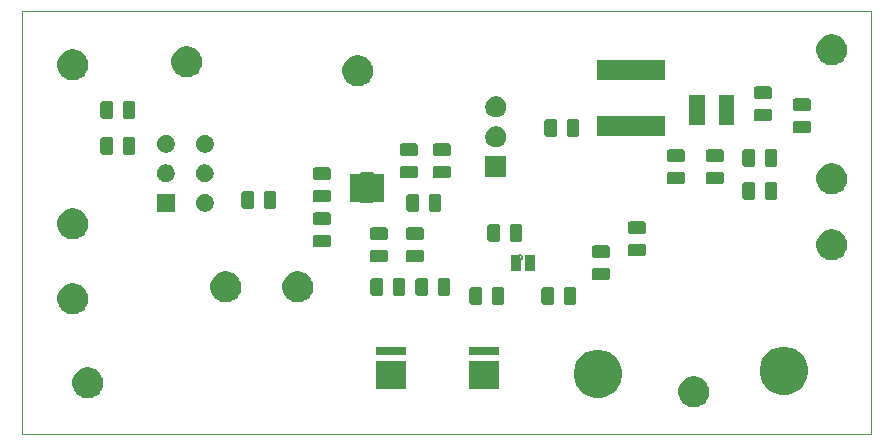
<source format=gbr>
G04 #@! TF.GenerationSoftware,KiCad,Pcbnew,(5.1.5)-3*
G04 #@! TF.CreationDate,2020-04-26T21:45:51-07:00*
G04 #@! TF.ProjectId,JessopIII_SPP460,4a657373-6f70-4494-9949-5f5350503436,rev?*
G04 #@! TF.SameCoordinates,Original*
G04 #@! TF.FileFunction,Soldermask,Top*
G04 #@! TF.FilePolarity,Negative*
%FSLAX46Y46*%
G04 Gerber Fmt 4.6, Leading zero omitted, Abs format (unit mm)*
G04 Created by KiCad (PCBNEW (5.1.5)-3) date 2020-04-26 21:45:51*
%MOMM*%
%LPD*%
G04 APERTURE LIST*
G04 #@! TA.AperFunction,Profile*
%ADD10C,0.100000*%
G04 #@! TD*
%ADD11C,0.152400*%
%ADD12C,0.100000*%
G04 APERTURE END LIST*
D10*
X138430000Y-61722000D02*
X138430000Y-97536000D01*
X66548000Y-61722000D02*
X138430000Y-61722000D01*
X66548000Y-97536000D02*
X66548000Y-61722000D01*
X138430000Y-97536000D02*
X66548000Y-97536000D01*
D11*
G04 #@! TO.C,U2*
X108615201Y-82433003D02*
X108616176Y-82423091D01*
X108616176Y-82423091D02*
X108619066Y-82413561D01*
X108619066Y-82413561D02*
X108623763Y-82404781D01*
X108623763Y-82404781D02*
X108630080Y-82397082D01*
X108630080Y-82397082D02*
X108637779Y-82390765D01*
X108637779Y-82390765D02*
X108646559Y-82386068D01*
X108646559Y-82386068D02*
X108656090Y-82383178D01*
X108656090Y-82383178D02*
X108666001Y-82382203D01*
X108666001Y-82382203D02*
X108716000Y-82382203D01*
X108716000Y-82382203D02*
X108725912Y-82383178D01*
X108725912Y-82383178D02*
X108735442Y-82386068D01*
X108735442Y-82386068D02*
X108744222Y-82390765D01*
X108744222Y-82390765D02*
X108751921Y-82397082D01*
X108751921Y-82397082D02*
X108851921Y-82497082D01*
X108851921Y-82497082D02*
X108858238Y-82504780D01*
X108858238Y-82504780D02*
X108862934Y-82513561D01*
X108862934Y-82513561D02*
X108865825Y-82523091D01*
X108865825Y-82523091D02*
X108866800Y-82533002D01*
X108866800Y-82533002D02*
X108866800Y-82682999D01*
X108866800Y-82682999D02*
X108865825Y-82692911D01*
X108865825Y-82692911D02*
X108862934Y-82702441D01*
X108862934Y-82702441D02*
X108858238Y-82711221D01*
X108858238Y-82711221D02*
X108851921Y-82718920D01*
X108851921Y-82718920D02*
X108844222Y-82725237D01*
X108844222Y-82725237D02*
X108835441Y-82729934D01*
X108835441Y-82729934D02*
X108825911Y-82732824D01*
X108825911Y-82732824D02*
X108816000Y-82733799D01*
X108816000Y-82733799D02*
X108666001Y-82733799D01*
X108666001Y-82733799D02*
X108656090Y-82732824D01*
X108656090Y-82732824D02*
X108646559Y-82729934D01*
X108646559Y-82729934D02*
X108637779Y-82725237D01*
X108637779Y-82725237D02*
X108630080Y-82718920D01*
X108630080Y-82718920D02*
X108623763Y-82711221D01*
X108623763Y-82711221D02*
X108619066Y-82702441D01*
X108619066Y-82702441D02*
X108616176Y-82692911D01*
X108616176Y-82692911D02*
X108615201Y-82682999D01*
X108615201Y-82682999D02*
X108615201Y-82433003D01*
D12*
G36*
X123823487Y-92728996D02*
G01*
X124060253Y-92827068D01*
X124060255Y-92827069D01*
X124273339Y-92969447D01*
X124454553Y-93150661D01*
X124585166Y-93346137D01*
X124596932Y-93363747D01*
X124695004Y-93600513D01*
X124745000Y-93851861D01*
X124745000Y-94108139D01*
X124695004Y-94359487D01*
X124649640Y-94469004D01*
X124596931Y-94596255D01*
X124454553Y-94809339D01*
X124273339Y-94990553D01*
X124060255Y-95132931D01*
X124060254Y-95132932D01*
X124060253Y-95132932D01*
X123823487Y-95231004D01*
X123572139Y-95281000D01*
X123315861Y-95281000D01*
X123064513Y-95231004D01*
X122827747Y-95132932D01*
X122827746Y-95132932D01*
X122827745Y-95132931D01*
X122614661Y-94990553D01*
X122433447Y-94809339D01*
X122291069Y-94596255D01*
X122238360Y-94469004D01*
X122192996Y-94359487D01*
X122143000Y-94108139D01*
X122143000Y-93851861D01*
X122192996Y-93600513D01*
X122291068Y-93363747D01*
X122302835Y-93346137D01*
X122433447Y-93150661D01*
X122614661Y-92969447D01*
X122827745Y-92827069D01*
X122827747Y-92827068D01*
X123064513Y-92728996D01*
X123315861Y-92679000D01*
X123572139Y-92679000D01*
X123823487Y-92728996D01*
G37*
G36*
X72515487Y-91966996D02*
G01*
X72752253Y-92065068D01*
X72752255Y-92065069D01*
X72965339Y-92207447D01*
X73146553Y-92388661D01*
X73288932Y-92601747D01*
X73387004Y-92838513D01*
X73437000Y-93089861D01*
X73437000Y-93346139D01*
X73387004Y-93597487D01*
X73318199Y-93763596D01*
X73288931Y-93834255D01*
X73146553Y-94047339D01*
X72965339Y-94228553D01*
X72752255Y-94370931D01*
X72752254Y-94370932D01*
X72752253Y-94370932D01*
X72515487Y-94469004D01*
X72264139Y-94519000D01*
X72007861Y-94519000D01*
X71756513Y-94469004D01*
X71519747Y-94370932D01*
X71519746Y-94370932D01*
X71519745Y-94370931D01*
X71306661Y-94228553D01*
X71125447Y-94047339D01*
X70983069Y-93834255D01*
X70953801Y-93763596D01*
X70884996Y-93597487D01*
X70835000Y-93346139D01*
X70835000Y-93089861D01*
X70884996Y-92838513D01*
X70983068Y-92601747D01*
X71125447Y-92388661D01*
X71306661Y-92207447D01*
X71519745Y-92065069D01*
X71519747Y-92065068D01*
X71756513Y-91966996D01*
X72007861Y-91917000D01*
X72264139Y-91917000D01*
X72515487Y-91966996D01*
G37*
G36*
X115914326Y-90483578D02*
G01*
X115914329Y-90483579D01*
X115914328Y-90483579D01*
X116287631Y-90638206D01*
X116623596Y-90862690D01*
X116909310Y-91148404D01*
X116964077Y-91230369D01*
X117133795Y-91484371D01*
X117288422Y-91857674D01*
X117367250Y-92253968D01*
X117367250Y-92658032D01*
X117288422Y-93054326D01*
X117160256Y-93363747D01*
X117133794Y-93427631D01*
X116909310Y-93763596D01*
X116623596Y-94049310D01*
X116287631Y-94273794D01*
X116287630Y-94273795D01*
X116287629Y-94273795D01*
X115914326Y-94428422D01*
X115518032Y-94507250D01*
X115113968Y-94507250D01*
X114717674Y-94428422D01*
X114344371Y-94273795D01*
X114344370Y-94273795D01*
X114344369Y-94273794D01*
X114008404Y-94049310D01*
X113722690Y-93763596D01*
X113498206Y-93427631D01*
X113471744Y-93363747D01*
X113343578Y-93054326D01*
X113264750Y-92658032D01*
X113264750Y-92253968D01*
X113343578Y-91857674D01*
X113498205Y-91484371D01*
X113667923Y-91230369D01*
X113722690Y-91148404D01*
X114008404Y-90862690D01*
X114344369Y-90638206D01*
X114717672Y-90483579D01*
X114717671Y-90483579D01*
X114717674Y-90483578D01*
X115113968Y-90404750D01*
X115518032Y-90404750D01*
X115914326Y-90483578D01*
G37*
G36*
X131662326Y-90229578D02*
G01*
X131662329Y-90229579D01*
X131662328Y-90229579D01*
X132035631Y-90384206D01*
X132371596Y-90608690D01*
X132657310Y-90894404D01*
X132881794Y-91230369D01*
X132881795Y-91230371D01*
X133036422Y-91603674D01*
X133115250Y-91999968D01*
X133115250Y-92404032D01*
X133036422Y-92800326D01*
X132881795Y-93173629D01*
X132881794Y-93173631D01*
X132657310Y-93509596D01*
X132371596Y-93795310D01*
X132035631Y-94019794D01*
X132035630Y-94019795D01*
X132035629Y-94019795D01*
X131662326Y-94174422D01*
X131266032Y-94253250D01*
X130861968Y-94253250D01*
X130465674Y-94174422D01*
X130092371Y-94019795D01*
X130092370Y-94019795D01*
X130092369Y-94019794D01*
X129756404Y-93795310D01*
X129470690Y-93509596D01*
X129246206Y-93173631D01*
X129246205Y-93173629D01*
X129091578Y-92800326D01*
X129012750Y-92404032D01*
X129012750Y-91999968D01*
X129091578Y-91603674D01*
X129246205Y-91230371D01*
X129246206Y-91230369D01*
X129470690Y-90894404D01*
X129756404Y-90608690D01*
X130092369Y-90384206D01*
X130465672Y-90229579D01*
X130465671Y-90229579D01*
X130465674Y-90229578D01*
X130861968Y-90150750D01*
X131266032Y-90150750D01*
X131662326Y-90229578D01*
G37*
G36*
X106940000Y-93749000D02*
G01*
X104388000Y-93749000D01*
X104388000Y-91337000D01*
X106940000Y-91337000D01*
X106940000Y-93749000D01*
G37*
G36*
X99066000Y-93749000D02*
G01*
X96514000Y-93749000D01*
X96514000Y-91337000D01*
X99066000Y-91337000D01*
X99066000Y-93749000D01*
G37*
G36*
X99066000Y-90879000D02*
G01*
X96514000Y-90879000D01*
X96514000Y-90147000D01*
X99066000Y-90147000D01*
X99066000Y-90879000D01*
G37*
G36*
X106940000Y-90879000D02*
G01*
X104388000Y-90879000D01*
X104388000Y-90147000D01*
X106940000Y-90147000D01*
X106940000Y-90879000D01*
G37*
G36*
X71245393Y-84855304D02*
G01*
X71482101Y-84953352D01*
X71482103Y-84953353D01*
X71695135Y-85095696D01*
X71876304Y-85276865D01*
X72004947Y-85469394D01*
X72018648Y-85489899D01*
X72116696Y-85726607D01*
X72166680Y-85977893D01*
X72166680Y-86234107D01*
X72116696Y-86485393D01*
X72069872Y-86598435D01*
X72018647Y-86722103D01*
X71876304Y-86935135D01*
X71695135Y-87116304D01*
X71482103Y-87258647D01*
X71482102Y-87258648D01*
X71482101Y-87258648D01*
X71245393Y-87356696D01*
X70994107Y-87406680D01*
X70737893Y-87406680D01*
X70486607Y-87356696D01*
X70249899Y-87258648D01*
X70249898Y-87258648D01*
X70249897Y-87258647D01*
X70036865Y-87116304D01*
X69855696Y-86935135D01*
X69713353Y-86722103D01*
X69662128Y-86598435D01*
X69615304Y-86485393D01*
X69565320Y-86234107D01*
X69565320Y-85977893D01*
X69615304Y-85726607D01*
X69713352Y-85489899D01*
X69727053Y-85469394D01*
X69855696Y-85276865D01*
X70036865Y-85095696D01*
X70249897Y-84953353D01*
X70249899Y-84953352D01*
X70486607Y-84855304D01*
X70737893Y-84805320D01*
X70994107Y-84805320D01*
X71245393Y-84855304D01*
G37*
G36*
X113323468Y-85105565D02*
G01*
X113362138Y-85117296D01*
X113397777Y-85136346D01*
X113429017Y-85161983D01*
X113454654Y-85193223D01*
X113473704Y-85228862D01*
X113485435Y-85267532D01*
X113490000Y-85313888D01*
X113490000Y-86390112D01*
X113485435Y-86436468D01*
X113473704Y-86475138D01*
X113454654Y-86510777D01*
X113429017Y-86542017D01*
X113397777Y-86567654D01*
X113362138Y-86586704D01*
X113323468Y-86598435D01*
X113277112Y-86603000D01*
X112625888Y-86603000D01*
X112579532Y-86598435D01*
X112540862Y-86586704D01*
X112505223Y-86567654D01*
X112473983Y-86542017D01*
X112448346Y-86510777D01*
X112429296Y-86475138D01*
X112417565Y-86436468D01*
X112413000Y-86390112D01*
X112413000Y-85313888D01*
X112417565Y-85267532D01*
X112429296Y-85228862D01*
X112448346Y-85193223D01*
X112473983Y-85161983D01*
X112505223Y-85136346D01*
X112540862Y-85117296D01*
X112579532Y-85105565D01*
X112625888Y-85101000D01*
X113277112Y-85101000D01*
X113323468Y-85105565D01*
G37*
G36*
X111448468Y-85105565D02*
G01*
X111487138Y-85117296D01*
X111522777Y-85136346D01*
X111554017Y-85161983D01*
X111579654Y-85193223D01*
X111598704Y-85228862D01*
X111610435Y-85267532D01*
X111615000Y-85313888D01*
X111615000Y-86390112D01*
X111610435Y-86436468D01*
X111598704Y-86475138D01*
X111579654Y-86510777D01*
X111554017Y-86542017D01*
X111522777Y-86567654D01*
X111487138Y-86586704D01*
X111448468Y-86598435D01*
X111402112Y-86603000D01*
X110750888Y-86603000D01*
X110704532Y-86598435D01*
X110665862Y-86586704D01*
X110630223Y-86567654D01*
X110598983Y-86542017D01*
X110573346Y-86510777D01*
X110554296Y-86475138D01*
X110542565Y-86436468D01*
X110538000Y-86390112D01*
X110538000Y-85313888D01*
X110542565Y-85267532D01*
X110554296Y-85228862D01*
X110573346Y-85193223D01*
X110598983Y-85161983D01*
X110630223Y-85136346D01*
X110665862Y-85117296D01*
X110704532Y-85105565D01*
X110750888Y-85101000D01*
X111402112Y-85101000D01*
X111448468Y-85105565D01*
G37*
G36*
X107227468Y-85105565D02*
G01*
X107266138Y-85117296D01*
X107301777Y-85136346D01*
X107333017Y-85161983D01*
X107358654Y-85193223D01*
X107377704Y-85228862D01*
X107389435Y-85267532D01*
X107394000Y-85313888D01*
X107394000Y-86390112D01*
X107389435Y-86436468D01*
X107377704Y-86475138D01*
X107358654Y-86510777D01*
X107333017Y-86542017D01*
X107301777Y-86567654D01*
X107266138Y-86586704D01*
X107227468Y-86598435D01*
X107181112Y-86603000D01*
X106529888Y-86603000D01*
X106483532Y-86598435D01*
X106444862Y-86586704D01*
X106409223Y-86567654D01*
X106377983Y-86542017D01*
X106352346Y-86510777D01*
X106333296Y-86475138D01*
X106321565Y-86436468D01*
X106317000Y-86390112D01*
X106317000Y-85313888D01*
X106321565Y-85267532D01*
X106333296Y-85228862D01*
X106352346Y-85193223D01*
X106377983Y-85161983D01*
X106409223Y-85136346D01*
X106444862Y-85117296D01*
X106483532Y-85105565D01*
X106529888Y-85101000D01*
X107181112Y-85101000D01*
X107227468Y-85105565D01*
G37*
G36*
X105352468Y-85105565D02*
G01*
X105391138Y-85117296D01*
X105426777Y-85136346D01*
X105458017Y-85161983D01*
X105483654Y-85193223D01*
X105502704Y-85228862D01*
X105514435Y-85267532D01*
X105519000Y-85313888D01*
X105519000Y-86390112D01*
X105514435Y-86436468D01*
X105502704Y-86475138D01*
X105483654Y-86510777D01*
X105458017Y-86542017D01*
X105426777Y-86567654D01*
X105391138Y-86586704D01*
X105352468Y-86598435D01*
X105306112Y-86603000D01*
X104654888Y-86603000D01*
X104608532Y-86598435D01*
X104569862Y-86586704D01*
X104534223Y-86567654D01*
X104502983Y-86542017D01*
X104477346Y-86510777D01*
X104458296Y-86475138D01*
X104446565Y-86436468D01*
X104442000Y-86390112D01*
X104442000Y-85313888D01*
X104446565Y-85267532D01*
X104458296Y-85228862D01*
X104477346Y-85193223D01*
X104502983Y-85161983D01*
X104534223Y-85136346D01*
X104569862Y-85117296D01*
X104608532Y-85105565D01*
X104654888Y-85101000D01*
X105306112Y-85101000D01*
X105352468Y-85105565D01*
G37*
G36*
X90295393Y-83839304D02*
G01*
X90532101Y-83937352D01*
X90532103Y-83937353D01*
X90745135Y-84079696D01*
X90926304Y-84260865D01*
X91019259Y-84399983D01*
X91068648Y-84473899D01*
X91166696Y-84710607D01*
X91216680Y-84961893D01*
X91216680Y-85218107D01*
X91166696Y-85469393D01*
X91158202Y-85489899D01*
X91068647Y-85706103D01*
X90926304Y-85919135D01*
X90745135Y-86100304D01*
X90532103Y-86242647D01*
X90532102Y-86242648D01*
X90532101Y-86242648D01*
X90295393Y-86340696D01*
X90044107Y-86390680D01*
X89787893Y-86390680D01*
X89536607Y-86340696D01*
X89299899Y-86242648D01*
X89299898Y-86242648D01*
X89299897Y-86242647D01*
X89086865Y-86100304D01*
X88905696Y-85919135D01*
X88763353Y-85706103D01*
X88673798Y-85489899D01*
X88665304Y-85469393D01*
X88615320Y-85218107D01*
X88615320Y-84961893D01*
X88665304Y-84710607D01*
X88763352Y-84473899D01*
X88812741Y-84399983D01*
X88905696Y-84260865D01*
X89086865Y-84079696D01*
X89299897Y-83937353D01*
X89299899Y-83937352D01*
X89536607Y-83839304D01*
X89787893Y-83789320D01*
X90044107Y-83789320D01*
X90295393Y-83839304D01*
G37*
G36*
X84199393Y-83839304D02*
G01*
X84436101Y-83937352D01*
X84436103Y-83937353D01*
X84649135Y-84079696D01*
X84830304Y-84260865D01*
X84923259Y-84399983D01*
X84972648Y-84473899D01*
X85070696Y-84710607D01*
X85120680Y-84961893D01*
X85120680Y-85218107D01*
X85070696Y-85469393D01*
X85062202Y-85489899D01*
X84972647Y-85706103D01*
X84830304Y-85919135D01*
X84649135Y-86100304D01*
X84436103Y-86242647D01*
X84436102Y-86242648D01*
X84436101Y-86242648D01*
X84199393Y-86340696D01*
X83948107Y-86390680D01*
X83691893Y-86390680D01*
X83440607Y-86340696D01*
X83203899Y-86242648D01*
X83203898Y-86242648D01*
X83203897Y-86242647D01*
X82990865Y-86100304D01*
X82809696Y-85919135D01*
X82667353Y-85706103D01*
X82577798Y-85489899D01*
X82569304Y-85469393D01*
X82519320Y-85218107D01*
X82519320Y-84961893D01*
X82569304Y-84710607D01*
X82667352Y-84473899D01*
X82716741Y-84399983D01*
X82809696Y-84260865D01*
X82990865Y-84079696D01*
X83203897Y-83937353D01*
X83203899Y-83937352D01*
X83440607Y-83839304D01*
X83691893Y-83789320D01*
X83948107Y-83789320D01*
X84199393Y-83839304D01*
G37*
G36*
X98845468Y-84343565D02*
G01*
X98884138Y-84355296D01*
X98919777Y-84374346D01*
X98951017Y-84399983D01*
X98976654Y-84431223D01*
X98995704Y-84466862D01*
X99007435Y-84505532D01*
X99012000Y-84551888D01*
X99012000Y-85628112D01*
X99007435Y-85674468D01*
X98995704Y-85713138D01*
X98976654Y-85748777D01*
X98951017Y-85780017D01*
X98919777Y-85805654D01*
X98884138Y-85824704D01*
X98845468Y-85836435D01*
X98799112Y-85841000D01*
X98147888Y-85841000D01*
X98101532Y-85836435D01*
X98062862Y-85824704D01*
X98027223Y-85805654D01*
X97995983Y-85780017D01*
X97970346Y-85748777D01*
X97951296Y-85713138D01*
X97939565Y-85674468D01*
X97935000Y-85628112D01*
X97935000Y-84551888D01*
X97939565Y-84505532D01*
X97951296Y-84466862D01*
X97970346Y-84431223D01*
X97995983Y-84399983D01*
X98027223Y-84374346D01*
X98062862Y-84355296D01*
X98101532Y-84343565D01*
X98147888Y-84339000D01*
X98799112Y-84339000D01*
X98845468Y-84343565D01*
G37*
G36*
X102655468Y-84343565D02*
G01*
X102694138Y-84355296D01*
X102729777Y-84374346D01*
X102761017Y-84399983D01*
X102786654Y-84431223D01*
X102805704Y-84466862D01*
X102817435Y-84505532D01*
X102822000Y-84551888D01*
X102822000Y-85628112D01*
X102817435Y-85674468D01*
X102805704Y-85713138D01*
X102786654Y-85748777D01*
X102761017Y-85780017D01*
X102729777Y-85805654D01*
X102694138Y-85824704D01*
X102655468Y-85836435D01*
X102609112Y-85841000D01*
X101957888Y-85841000D01*
X101911532Y-85836435D01*
X101872862Y-85824704D01*
X101837223Y-85805654D01*
X101805983Y-85780017D01*
X101780346Y-85748777D01*
X101761296Y-85713138D01*
X101749565Y-85674468D01*
X101745000Y-85628112D01*
X101745000Y-84551888D01*
X101749565Y-84505532D01*
X101761296Y-84466862D01*
X101780346Y-84431223D01*
X101805983Y-84399983D01*
X101837223Y-84374346D01*
X101872862Y-84355296D01*
X101911532Y-84343565D01*
X101957888Y-84339000D01*
X102609112Y-84339000D01*
X102655468Y-84343565D01*
G37*
G36*
X100780468Y-84343565D02*
G01*
X100819138Y-84355296D01*
X100854777Y-84374346D01*
X100886017Y-84399983D01*
X100911654Y-84431223D01*
X100930704Y-84466862D01*
X100942435Y-84505532D01*
X100947000Y-84551888D01*
X100947000Y-85628112D01*
X100942435Y-85674468D01*
X100930704Y-85713138D01*
X100911654Y-85748777D01*
X100886017Y-85780017D01*
X100854777Y-85805654D01*
X100819138Y-85824704D01*
X100780468Y-85836435D01*
X100734112Y-85841000D01*
X100082888Y-85841000D01*
X100036532Y-85836435D01*
X99997862Y-85824704D01*
X99962223Y-85805654D01*
X99930983Y-85780017D01*
X99905346Y-85748777D01*
X99886296Y-85713138D01*
X99874565Y-85674468D01*
X99870000Y-85628112D01*
X99870000Y-84551888D01*
X99874565Y-84505532D01*
X99886296Y-84466862D01*
X99905346Y-84431223D01*
X99930983Y-84399983D01*
X99962223Y-84374346D01*
X99997862Y-84355296D01*
X100036532Y-84343565D01*
X100082888Y-84339000D01*
X100734112Y-84339000D01*
X100780468Y-84343565D01*
G37*
G36*
X96970468Y-84343565D02*
G01*
X97009138Y-84355296D01*
X97044777Y-84374346D01*
X97076017Y-84399983D01*
X97101654Y-84431223D01*
X97120704Y-84466862D01*
X97132435Y-84505532D01*
X97137000Y-84551888D01*
X97137000Y-85628112D01*
X97132435Y-85674468D01*
X97120704Y-85713138D01*
X97101654Y-85748777D01*
X97076017Y-85780017D01*
X97044777Y-85805654D01*
X97009138Y-85824704D01*
X96970468Y-85836435D01*
X96924112Y-85841000D01*
X96272888Y-85841000D01*
X96226532Y-85836435D01*
X96187862Y-85824704D01*
X96152223Y-85805654D01*
X96120983Y-85780017D01*
X96095346Y-85748777D01*
X96076296Y-85713138D01*
X96064565Y-85674468D01*
X96060000Y-85628112D01*
X96060000Y-84551888D01*
X96064565Y-84505532D01*
X96076296Y-84466862D01*
X96095346Y-84431223D01*
X96120983Y-84399983D01*
X96152223Y-84374346D01*
X96187862Y-84355296D01*
X96226532Y-84343565D01*
X96272888Y-84339000D01*
X96924112Y-84339000D01*
X96970468Y-84343565D01*
G37*
G36*
X116154468Y-83461565D02*
G01*
X116193138Y-83473296D01*
X116228777Y-83492346D01*
X116260017Y-83517983D01*
X116285654Y-83549223D01*
X116304704Y-83584862D01*
X116316435Y-83623532D01*
X116321000Y-83669888D01*
X116321000Y-84321112D01*
X116316435Y-84367468D01*
X116304704Y-84406138D01*
X116285654Y-84441777D01*
X116260017Y-84473017D01*
X116228777Y-84498654D01*
X116193138Y-84517704D01*
X116154468Y-84529435D01*
X116108112Y-84534000D01*
X115031888Y-84534000D01*
X114985532Y-84529435D01*
X114946862Y-84517704D01*
X114911223Y-84498654D01*
X114879983Y-84473017D01*
X114854346Y-84441777D01*
X114835296Y-84406138D01*
X114823565Y-84367468D01*
X114819000Y-84321112D01*
X114819000Y-83669888D01*
X114823565Y-83623532D01*
X114835296Y-83584862D01*
X114854346Y-83549223D01*
X114879983Y-83517983D01*
X114911223Y-83492346D01*
X114946862Y-83473296D01*
X114985532Y-83461565D01*
X115031888Y-83457000D01*
X116108112Y-83457000D01*
X116154468Y-83461565D01*
G37*
G36*
X109966999Y-83733998D02*
G01*
X109164999Y-83733998D01*
X109164999Y-82382002D01*
X109966999Y-82382002D01*
X109966999Y-83733998D01*
G37*
G36*
X108726999Y-82757002D02*
G01*
X108729401Y-82781388D01*
X108736514Y-82804837D01*
X108748065Y-82826448D01*
X108763610Y-82845390D01*
X108767001Y-82848173D01*
X108767001Y-83733998D01*
X107965001Y-83733998D01*
X107965001Y-82858999D01*
X107964999Y-82858979D01*
X107964999Y-82382002D01*
X108726999Y-82382002D01*
X108726999Y-82757002D01*
G37*
G36*
X100406468Y-81937565D02*
G01*
X100445138Y-81949296D01*
X100480777Y-81968346D01*
X100512017Y-81993983D01*
X100537654Y-82025223D01*
X100556704Y-82060862D01*
X100568435Y-82099532D01*
X100573000Y-82145888D01*
X100573000Y-82797112D01*
X100568435Y-82843468D01*
X100556704Y-82882138D01*
X100537654Y-82917777D01*
X100512017Y-82949017D01*
X100480777Y-82974654D01*
X100445138Y-82993704D01*
X100406468Y-83005435D01*
X100360112Y-83010000D01*
X99283888Y-83010000D01*
X99237532Y-83005435D01*
X99198862Y-82993704D01*
X99163223Y-82974654D01*
X99131983Y-82949017D01*
X99106346Y-82917777D01*
X99087296Y-82882138D01*
X99075565Y-82843468D01*
X99071000Y-82797112D01*
X99071000Y-82145888D01*
X99075565Y-82099532D01*
X99087296Y-82060862D01*
X99106346Y-82025223D01*
X99131983Y-81993983D01*
X99163223Y-81968346D01*
X99198862Y-81949296D01*
X99237532Y-81937565D01*
X99283888Y-81933000D01*
X100360112Y-81933000D01*
X100406468Y-81937565D01*
G37*
G36*
X97358468Y-81937565D02*
G01*
X97397138Y-81949296D01*
X97432777Y-81968346D01*
X97464017Y-81993983D01*
X97489654Y-82025223D01*
X97508704Y-82060862D01*
X97520435Y-82099532D01*
X97525000Y-82145888D01*
X97525000Y-82797112D01*
X97520435Y-82843468D01*
X97508704Y-82882138D01*
X97489654Y-82917777D01*
X97464017Y-82949017D01*
X97432777Y-82974654D01*
X97397138Y-82993704D01*
X97358468Y-83005435D01*
X97312112Y-83010000D01*
X96235888Y-83010000D01*
X96189532Y-83005435D01*
X96150862Y-82993704D01*
X96115223Y-82974654D01*
X96083983Y-82949017D01*
X96058346Y-82917777D01*
X96039296Y-82882138D01*
X96027565Y-82843468D01*
X96023000Y-82797112D01*
X96023000Y-82145888D01*
X96027565Y-82099532D01*
X96039296Y-82060862D01*
X96058346Y-82025223D01*
X96083983Y-81993983D01*
X96115223Y-81968346D01*
X96150862Y-81949296D01*
X96189532Y-81937565D01*
X96235888Y-81933000D01*
X97312112Y-81933000D01*
X97358468Y-81937565D01*
G37*
G36*
X135507393Y-80283304D02*
G01*
X135721767Y-80372101D01*
X135744103Y-80381353D01*
X135957135Y-80523696D01*
X136138304Y-80704865D01*
X136255139Y-80879722D01*
X136280648Y-80917899D01*
X136378696Y-81154607D01*
X136428680Y-81405893D01*
X136428680Y-81662107D01*
X136378696Y-81913393D01*
X136345314Y-81993983D01*
X136280647Y-82150103D01*
X136138304Y-82363135D01*
X135957135Y-82544304D01*
X135744103Y-82686647D01*
X135744102Y-82686648D01*
X135744101Y-82686648D01*
X135507393Y-82784696D01*
X135256107Y-82834680D01*
X134999893Y-82834680D01*
X134748607Y-82784696D01*
X134511899Y-82686648D01*
X134511898Y-82686648D01*
X134511897Y-82686647D01*
X134298865Y-82544304D01*
X134117696Y-82363135D01*
X133975353Y-82150103D01*
X133910686Y-81993983D01*
X133877304Y-81913393D01*
X133827320Y-81662107D01*
X133827320Y-81405893D01*
X133877304Y-81154607D01*
X133975352Y-80917899D01*
X134000861Y-80879722D01*
X134117696Y-80704865D01*
X134298865Y-80523696D01*
X134511897Y-80381353D01*
X134534233Y-80372101D01*
X134748607Y-80283304D01*
X134999893Y-80233320D01*
X135256107Y-80233320D01*
X135507393Y-80283304D01*
G37*
G36*
X116154468Y-81586565D02*
G01*
X116193138Y-81598296D01*
X116228777Y-81617346D01*
X116260017Y-81642983D01*
X116285654Y-81674223D01*
X116304704Y-81709862D01*
X116316435Y-81748532D01*
X116321000Y-81794888D01*
X116321000Y-82446112D01*
X116316435Y-82492468D01*
X116304704Y-82531138D01*
X116285654Y-82566777D01*
X116260017Y-82598017D01*
X116228777Y-82623654D01*
X116193138Y-82642704D01*
X116154468Y-82654435D01*
X116108112Y-82659000D01*
X115031888Y-82659000D01*
X114985532Y-82654435D01*
X114946862Y-82642704D01*
X114911223Y-82623654D01*
X114879983Y-82598017D01*
X114854346Y-82566777D01*
X114835296Y-82531138D01*
X114823565Y-82492468D01*
X114819000Y-82446112D01*
X114819000Y-81794888D01*
X114823565Y-81748532D01*
X114835296Y-81709862D01*
X114854346Y-81674223D01*
X114879983Y-81642983D01*
X114911223Y-81617346D01*
X114946862Y-81598296D01*
X114985532Y-81586565D01*
X115031888Y-81582000D01*
X116108112Y-81582000D01*
X116154468Y-81586565D01*
G37*
G36*
X119202468Y-81429565D02*
G01*
X119241138Y-81441296D01*
X119276777Y-81460346D01*
X119308017Y-81485983D01*
X119333654Y-81517223D01*
X119352704Y-81552862D01*
X119364435Y-81591532D01*
X119369000Y-81637888D01*
X119369000Y-82289112D01*
X119364435Y-82335468D01*
X119352704Y-82374138D01*
X119333654Y-82409777D01*
X119308017Y-82441017D01*
X119276777Y-82466654D01*
X119241138Y-82485704D01*
X119202468Y-82497435D01*
X119156112Y-82502000D01*
X118079888Y-82502000D01*
X118033532Y-82497435D01*
X117994862Y-82485704D01*
X117959223Y-82466654D01*
X117927983Y-82441017D01*
X117902346Y-82409777D01*
X117883296Y-82374138D01*
X117871565Y-82335468D01*
X117867000Y-82289112D01*
X117867000Y-81637888D01*
X117871565Y-81591532D01*
X117883296Y-81552862D01*
X117902346Y-81517223D01*
X117927983Y-81485983D01*
X117959223Y-81460346D01*
X117994862Y-81441296D01*
X118033532Y-81429565D01*
X118079888Y-81425000D01*
X119156112Y-81425000D01*
X119202468Y-81429565D01*
G37*
G36*
X92532468Y-80667565D02*
G01*
X92571138Y-80679296D01*
X92606777Y-80698346D01*
X92638017Y-80723983D01*
X92663654Y-80755223D01*
X92682704Y-80790862D01*
X92694435Y-80829532D01*
X92699000Y-80875888D01*
X92699000Y-81527112D01*
X92694435Y-81573468D01*
X92682704Y-81612138D01*
X92663654Y-81647777D01*
X92638017Y-81679017D01*
X92606777Y-81704654D01*
X92571138Y-81723704D01*
X92532468Y-81735435D01*
X92486112Y-81740000D01*
X91409888Y-81740000D01*
X91363532Y-81735435D01*
X91324862Y-81723704D01*
X91289223Y-81704654D01*
X91257983Y-81679017D01*
X91232346Y-81647777D01*
X91213296Y-81612138D01*
X91201565Y-81573468D01*
X91197000Y-81527112D01*
X91197000Y-80875888D01*
X91201565Y-80829532D01*
X91213296Y-80790862D01*
X91232346Y-80755223D01*
X91257983Y-80723983D01*
X91289223Y-80698346D01*
X91324862Y-80679296D01*
X91363532Y-80667565D01*
X91409888Y-80663000D01*
X92486112Y-80663000D01*
X92532468Y-80667565D01*
G37*
G36*
X106876468Y-79771565D02*
G01*
X106915138Y-79783296D01*
X106950777Y-79802346D01*
X106982017Y-79827983D01*
X107007654Y-79859223D01*
X107026704Y-79894862D01*
X107038435Y-79933532D01*
X107043000Y-79979888D01*
X107043000Y-81056112D01*
X107038435Y-81102468D01*
X107026704Y-81141138D01*
X107007654Y-81176777D01*
X106982017Y-81208017D01*
X106950777Y-81233654D01*
X106915138Y-81252704D01*
X106876468Y-81264435D01*
X106830112Y-81269000D01*
X106178888Y-81269000D01*
X106132532Y-81264435D01*
X106093862Y-81252704D01*
X106058223Y-81233654D01*
X106026983Y-81208017D01*
X106001346Y-81176777D01*
X105982296Y-81141138D01*
X105970565Y-81102468D01*
X105966000Y-81056112D01*
X105966000Y-79979888D01*
X105970565Y-79933532D01*
X105982296Y-79894862D01*
X106001346Y-79859223D01*
X106026983Y-79827983D01*
X106058223Y-79802346D01*
X106093862Y-79783296D01*
X106132532Y-79771565D01*
X106178888Y-79767000D01*
X106830112Y-79767000D01*
X106876468Y-79771565D01*
G37*
G36*
X108751468Y-79771565D02*
G01*
X108790138Y-79783296D01*
X108825777Y-79802346D01*
X108857017Y-79827983D01*
X108882654Y-79859223D01*
X108901704Y-79894862D01*
X108913435Y-79933532D01*
X108918000Y-79979888D01*
X108918000Y-81056112D01*
X108913435Y-81102468D01*
X108901704Y-81141138D01*
X108882654Y-81176777D01*
X108857017Y-81208017D01*
X108825777Y-81233654D01*
X108790138Y-81252704D01*
X108751468Y-81264435D01*
X108705112Y-81269000D01*
X108053888Y-81269000D01*
X108007532Y-81264435D01*
X107968862Y-81252704D01*
X107933223Y-81233654D01*
X107901983Y-81208017D01*
X107876346Y-81176777D01*
X107857296Y-81141138D01*
X107845565Y-81102468D01*
X107841000Y-81056112D01*
X107841000Y-79979888D01*
X107845565Y-79933532D01*
X107857296Y-79894862D01*
X107876346Y-79859223D01*
X107901983Y-79827983D01*
X107933223Y-79802346D01*
X107968862Y-79783296D01*
X108007532Y-79771565D01*
X108053888Y-79767000D01*
X108705112Y-79767000D01*
X108751468Y-79771565D01*
G37*
G36*
X97358468Y-80062565D02*
G01*
X97397138Y-80074296D01*
X97432777Y-80093346D01*
X97464017Y-80118983D01*
X97489654Y-80150223D01*
X97508704Y-80185862D01*
X97520435Y-80224532D01*
X97525000Y-80270888D01*
X97525000Y-80922112D01*
X97520435Y-80968468D01*
X97508704Y-81007138D01*
X97489654Y-81042777D01*
X97464017Y-81074017D01*
X97432777Y-81099654D01*
X97397138Y-81118704D01*
X97358468Y-81130435D01*
X97312112Y-81135000D01*
X96235888Y-81135000D01*
X96189532Y-81130435D01*
X96150862Y-81118704D01*
X96115223Y-81099654D01*
X96083983Y-81074017D01*
X96058346Y-81042777D01*
X96039296Y-81007138D01*
X96027565Y-80968468D01*
X96023000Y-80922112D01*
X96023000Y-80270888D01*
X96027565Y-80224532D01*
X96039296Y-80185862D01*
X96058346Y-80150223D01*
X96083983Y-80118983D01*
X96115223Y-80093346D01*
X96150862Y-80074296D01*
X96189532Y-80062565D01*
X96235888Y-80058000D01*
X97312112Y-80058000D01*
X97358468Y-80062565D01*
G37*
G36*
X100406468Y-80062565D02*
G01*
X100445138Y-80074296D01*
X100480777Y-80093346D01*
X100512017Y-80118983D01*
X100537654Y-80150223D01*
X100556704Y-80185862D01*
X100568435Y-80224532D01*
X100573000Y-80270888D01*
X100573000Y-80922112D01*
X100568435Y-80968468D01*
X100556704Y-81007138D01*
X100537654Y-81042777D01*
X100512017Y-81074017D01*
X100480777Y-81099654D01*
X100445138Y-81118704D01*
X100406468Y-81130435D01*
X100360112Y-81135000D01*
X99283888Y-81135000D01*
X99237532Y-81130435D01*
X99198862Y-81118704D01*
X99163223Y-81099654D01*
X99131983Y-81074017D01*
X99106346Y-81042777D01*
X99087296Y-81007138D01*
X99075565Y-80968468D01*
X99071000Y-80922112D01*
X99071000Y-80270888D01*
X99075565Y-80224532D01*
X99087296Y-80185862D01*
X99106346Y-80150223D01*
X99131983Y-80118983D01*
X99163223Y-80093346D01*
X99198862Y-80074296D01*
X99237532Y-80062565D01*
X99283888Y-80058000D01*
X100360112Y-80058000D01*
X100406468Y-80062565D01*
G37*
G36*
X71245393Y-78505304D02*
G01*
X71476756Y-78601138D01*
X71482103Y-78603353D01*
X71695135Y-78745696D01*
X71876304Y-78926865D01*
X71894790Y-78954532D01*
X72018648Y-79139899D01*
X72116696Y-79376607D01*
X72166680Y-79627893D01*
X72166680Y-79884107D01*
X72116696Y-80135393D01*
X72037226Y-80327250D01*
X72018647Y-80372103D01*
X71876304Y-80585135D01*
X71695135Y-80766304D01*
X71482103Y-80908647D01*
X71482102Y-80908648D01*
X71482101Y-80908648D01*
X71245393Y-81006696D01*
X70994107Y-81056680D01*
X70737893Y-81056680D01*
X70486607Y-81006696D01*
X70249899Y-80908648D01*
X70249898Y-80908648D01*
X70249897Y-80908647D01*
X70036865Y-80766304D01*
X69855696Y-80585135D01*
X69713353Y-80372103D01*
X69694774Y-80327250D01*
X69615304Y-80135393D01*
X69565320Y-79884107D01*
X69565320Y-79627893D01*
X69615304Y-79376607D01*
X69713352Y-79139899D01*
X69837210Y-78954532D01*
X69855696Y-78926865D01*
X70036865Y-78745696D01*
X70249897Y-78603353D01*
X70255244Y-78601138D01*
X70486607Y-78505304D01*
X70737893Y-78455320D01*
X70994107Y-78455320D01*
X71245393Y-78505304D01*
G37*
G36*
X119202468Y-79554565D02*
G01*
X119241138Y-79566296D01*
X119276777Y-79585346D01*
X119308017Y-79610983D01*
X119333654Y-79642223D01*
X119352704Y-79677862D01*
X119364435Y-79716532D01*
X119369000Y-79762888D01*
X119369000Y-80414112D01*
X119364435Y-80460468D01*
X119352704Y-80499138D01*
X119333654Y-80534777D01*
X119308017Y-80566017D01*
X119276777Y-80591654D01*
X119241138Y-80610704D01*
X119202468Y-80622435D01*
X119156112Y-80627000D01*
X118079888Y-80627000D01*
X118033532Y-80622435D01*
X117994862Y-80610704D01*
X117959223Y-80591654D01*
X117927983Y-80566017D01*
X117902346Y-80534777D01*
X117883296Y-80499138D01*
X117871565Y-80460468D01*
X117867000Y-80414112D01*
X117867000Y-79762888D01*
X117871565Y-79716532D01*
X117883296Y-79677862D01*
X117902346Y-79642223D01*
X117927983Y-79610983D01*
X117959223Y-79585346D01*
X117994862Y-79566296D01*
X118033532Y-79554565D01*
X118079888Y-79550000D01*
X119156112Y-79550000D01*
X119202468Y-79554565D01*
G37*
G36*
X92532468Y-78792565D02*
G01*
X92571138Y-78804296D01*
X92606777Y-78823346D01*
X92638017Y-78848983D01*
X92663654Y-78880223D01*
X92682704Y-78915862D01*
X92694435Y-78954532D01*
X92699000Y-79000888D01*
X92699000Y-79652112D01*
X92694435Y-79698468D01*
X92682704Y-79737138D01*
X92663654Y-79772777D01*
X92638017Y-79804017D01*
X92606777Y-79829654D01*
X92571138Y-79848704D01*
X92532468Y-79860435D01*
X92486112Y-79865000D01*
X91409888Y-79865000D01*
X91363532Y-79860435D01*
X91324862Y-79848704D01*
X91289223Y-79829654D01*
X91257983Y-79804017D01*
X91232346Y-79772777D01*
X91213296Y-79737138D01*
X91201565Y-79698468D01*
X91197000Y-79652112D01*
X91197000Y-79000888D01*
X91201565Y-78954532D01*
X91213296Y-78915862D01*
X91232346Y-78880223D01*
X91257983Y-78848983D01*
X91289223Y-78823346D01*
X91324862Y-78804296D01*
X91363532Y-78792565D01*
X91409888Y-78788000D01*
X92486112Y-78788000D01*
X92532468Y-78792565D01*
G37*
G36*
X101893468Y-77231565D02*
G01*
X101932138Y-77243296D01*
X101967777Y-77262346D01*
X101999017Y-77287983D01*
X102024654Y-77319223D01*
X102043704Y-77354862D01*
X102055435Y-77393532D01*
X102060000Y-77439888D01*
X102060000Y-78516112D01*
X102055435Y-78562468D01*
X102043704Y-78601138D01*
X102024654Y-78636777D01*
X101999017Y-78668017D01*
X101967777Y-78693654D01*
X101932138Y-78712704D01*
X101893468Y-78724435D01*
X101847112Y-78729000D01*
X101195888Y-78729000D01*
X101149532Y-78724435D01*
X101110862Y-78712704D01*
X101075223Y-78693654D01*
X101043983Y-78668017D01*
X101018346Y-78636777D01*
X100999296Y-78601138D01*
X100987565Y-78562468D01*
X100983000Y-78516112D01*
X100983000Y-77439888D01*
X100987565Y-77393532D01*
X100999296Y-77354862D01*
X101018346Y-77319223D01*
X101043983Y-77287983D01*
X101075223Y-77262346D01*
X101110862Y-77243296D01*
X101149532Y-77231565D01*
X101195888Y-77227000D01*
X101847112Y-77227000D01*
X101893468Y-77231565D01*
G37*
G36*
X100018468Y-77231565D02*
G01*
X100057138Y-77243296D01*
X100092777Y-77262346D01*
X100124017Y-77287983D01*
X100149654Y-77319223D01*
X100168704Y-77354862D01*
X100180435Y-77393532D01*
X100185000Y-77439888D01*
X100185000Y-78516112D01*
X100180435Y-78562468D01*
X100168704Y-78601138D01*
X100149654Y-78636777D01*
X100124017Y-78668017D01*
X100092777Y-78693654D01*
X100057138Y-78712704D01*
X100018468Y-78724435D01*
X99972112Y-78729000D01*
X99320888Y-78729000D01*
X99274532Y-78724435D01*
X99235862Y-78712704D01*
X99200223Y-78693654D01*
X99168983Y-78668017D01*
X99143346Y-78636777D01*
X99124296Y-78601138D01*
X99112565Y-78562468D01*
X99108000Y-78516112D01*
X99108000Y-77439888D01*
X99112565Y-77393532D01*
X99124296Y-77354862D01*
X99143346Y-77319223D01*
X99168983Y-77287983D01*
X99200223Y-77262346D01*
X99235862Y-77243296D01*
X99274532Y-77231565D01*
X99320888Y-77227000D01*
X99972112Y-77227000D01*
X100018468Y-77231565D01*
G37*
G36*
X82259059Y-77255860D02*
G01*
X82298935Y-77272377D01*
X82395732Y-77312472D01*
X82518735Y-77394660D01*
X82623340Y-77499265D01*
X82705528Y-77622268D01*
X82705529Y-77622270D01*
X82762140Y-77758941D01*
X82789135Y-77894654D01*
X82791000Y-77904033D01*
X82791000Y-78051967D01*
X82762140Y-78197059D01*
X82705528Y-78333732D01*
X82623340Y-78456735D01*
X82518735Y-78561340D01*
X82395732Y-78643528D01*
X82395731Y-78643529D01*
X82395730Y-78643529D01*
X82259059Y-78700140D01*
X82113968Y-78729000D01*
X81966032Y-78729000D01*
X81820941Y-78700140D01*
X81684270Y-78643529D01*
X81684269Y-78643529D01*
X81684268Y-78643528D01*
X81561265Y-78561340D01*
X81456660Y-78456735D01*
X81374472Y-78333732D01*
X81317860Y-78197059D01*
X81289000Y-78051967D01*
X81289000Y-77904033D01*
X81290866Y-77894654D01*
X81317860Y-77758941D01*
X81374471Y-77622270D01*
X81374472Y-77622268D01*
X81456660Y-77499265D01*
X81561265Y-77394660D01*
X81684268Y-77312472D01*
X81781066Y-77272377D01*
X81820941Y-77255860D01*
X81966032Y-77227000D01*
X82113968Y-77227000D01*
X82259059Y-77255860D01*
G37*
G36*
X79491000Y-78729000D02*
G01*
X77989000Y-78729000D01*
X77989000Y-77227000D01*
X79491000Y-77227000D01*
X79491000Y-78729000D01*
G37*
G36*
X87923468Y-76977565D02*
G01*
X87962138Y-76989296D01*
X87997777Y-77008346D01*
X88029017Y-77033983D01*
X88054654Y-77065223D01*
X88073704Y-77100862D01*
X88085435Y-77139532D01*
X88090000Y-77185888D01*
X88090000Y-78262112D01*
X88085435Y-78308468D01*
X88073704Y-78347138D01*
X88054654Y-78382777D01*
X88029017Y-78414017D01*
X87997777Y-78439654D01*
X87962138Y-78458704D01*
X87923468Y-78470435D01*
X87877112Y-78475000D01*
X87225888Y-78475000D01*
X87179532Y-78470435D01*
X87140862Y-78458704D01*
X87105223Y-78439654D01*
X87073983Y-78414017D01*
X87048346Y-78382777D01*
X87029296Y-78347138D01*
X87017565Y-78308468D01*
X87013000Y-78262112D01*
X87013000Y-77185888D01*
X87017565Y-77139532D01*
X87029296Y-77100862D01*
X87048346Y-77065223D01*
X87073983Y-77033983D01*
X87105223Y-77008346D01*
X87140862Y-76989296D01*
X87179532Y-76977565D01*
X87225888Y-76973000D01*
X87877112Y-76973000D01*
X87923468Y-76977565D01*
G37*
G36*
X86048468Y-76977565D02*
G01*
X86087138Y-76989296D01*
X86122777Y-77008346D01*
X86154017Y-77033983D01*
X86179654Y-77065223D01*
X86198704Y-77100862D01*
X86210435Y-77139532D01*
X86215000Y-77185888D01*
X86215000Y-78262112D01*
X86210435Y-78308468D01*
X86198704Y-78347138D01*
X86179654Y-78382777D01*
X86154017Y-78414017D01*
X86122777Y-78439654D01*
X86087138Y-78458704D01*
X86048468Y-78470435D01*
X86002112Y-78475000D01*
X85350888Y-78475000D01*
X85304532Y-78470435D01*
X85265862Y-78458704D01*
X85230223Y-78439654D01*
X85198983Y-78414017D01*
X85173346Y-78382777D01*
X85154296Y-78347138D01*
X85142565Y-78308468D01*
X85138000Y-78262112D01*
X85138000Y-77185888D01*
X85142565Y-77139532D01*
X85154296Y-77100862D01*
X85173346Y-77065223D01*
X85198983Y-77033983D01*
X85230223Y-77008346D01*
X85265862Y-76989296D01*
X85304532Y-76977565D01*
X85350888Y-76973000D01*
X86002112Y-76973000D01*
X86048468Y-76977565D01*
G37*
G36*
X96281302Y-75403986D02*
G01*
X96288415Y-75427435D01*
X96299966Y-75449046D01*
X96315511Y-75467988D01*
X96334453Y-75483533D01*
X96356064Y-75495084D01*
X96379513Y-75502197D01*
X96403899Y-75504599D01*
X97167900Y-75504599D01*
X97167900Y-77911401D01*
X96403899Y-77911401D01*
X96379513Y-77913803D01*
X96356064Y-77920916D01*
X96334453Y-77932467D01*
X96315511Y-77948012D01*
X96299966Y-77966954D01*
X96288415Y-77988565D01*
X96281302Y-78012014D01*
X96280880Y-78016300D01*
X95235120Y-78016300D01*
X95234698Y-78012014D01*
X95227585Y-77988565D01*
X95216034Y-77966954D01*
X95200489Y-77948012D01*
X95181547Y-77932467D01*
X95159936Y-77920916D01*
X95136487Y-77913803D01*
X95112101Y-77911401D01*
X94348100Y-77911401D01*
X94348100Y-75504599D01*
X95112101Y-75504599D01*
X95136487Y-75502197D01*
X95159936Y-75495084D01*
X95181547Y-75483533D01*
X95200489Y-75467988D01*
X95216034Y-75449046D01*
X95227585Y-75427435D01*
X95234698Y-75403986D01*
X95235120Y-75399700D01*
X96280880Y-75399700D01*
X96281302Y-75403986D01*
G37*
G36*
X92532468Y-76857565D02*
G01*
X92571138Y-76869296D01*
X92606777Y-76888346D01*
X92638017Y-76913983D01*
X92663654Y-76945223D01*
X92682704Y-76980862D01*
X92694435Y-77019532D01*
X92699000Y-77065888D01*
X92699000Y-77717112D01*
X92694435Y-77763468D01*
X92682704Y-77802138D01*
X92663654Y-77837777D01*
X92638017Y-77869017D01*
X92606777Y-77894654D01*
X92571138Y-77913704D01*
X92532468Y-77925435D01*
X92486112Y-77930000D01*
X91409888Y-77930000D01*
X91363532Y-77925435D01*
X91324862Y-77913704D01*
X91289223Y-77894654D01*
X91257983Y-77869017D01*
X91232346Y-77837777D01*
X91213296Y-77802138D01*
X91201565Y-77763468D01*
X91197000Y-77717112D01*
X91197000Y-77065888D01*
X91201565Y-77019532D01*
X91213296Y-76980862D01*
X91232346Y-76945223D01*
X91257983Y-76913983D01*
X91289223Y-76888346D01*
X91324862Y-76869296D01*
X91363532Y-76857565D01*
X91409888Y-76853000D01*
X92486112Y-76853000D01*
X92532468Y-76857565D01*
G37*
G36*
X130341468Y-76215565D02*
G01*
X130380138Y-76227296D01*
X130415777Y-76246346D01*
X130447017Y-76271983D01*
X130472654Y-76303223D01*
X130491704Y-76338862D01*
X130503435Y-76377532D01*
X130508000Y-76423888D01*
X130508000Y-77500112D01*
X130503435Y-77546468D01*
X130491704Y-77585138D01*
X130472654Y-77620777D01*
X130447017Y-77652017D01*
X130415777Y-77677654D01*
X130380138Y-77696704D01*
X130341468Y-77708435D01*
X130295112Y-77713000D01*
X129643888Y-77713000D01*
X129597532Y-77708435D01*
X129558862Y-77696704D01*
X129523223Y-77677654D01*
X129491983Y-77652017D01*
X129466346Y-77620777D01*
X129447296Y-77585138D01*
X129435565Y-77546468D01*
X129431000Y-77500112D01*
X129431000Y-76423888D01*
X129435565Y-76377532D01*
X129447296Y-76338862D01*
X129466346Y-76303223D01*
X129491983Y-76271983D01*
X129523223Y-76246346D01*
X129558862Y-76227296D01*
X129597532Y-76215565D01*
X129643888Y-76211000D01*
X130295112Y-76211000D01*
X130341468Y-76215565D01*
G37*
G36*
X128466468Y-76215565D02*
G01*
X128505138Y-76227296D01*
X128540777Y-76246346D01*
X128572017Y-76271983D01*
X128597654Y-76303223D01*
X128616704Y-76338862D01*
X128628435Y-76377532D01*
X128633000Y-76423888D01*
X128633000Y-77500112D01*
X128628435Y-77546468D01*
X128616704Y-77585138D01*
X128597654Y-77620777D01*
X128572017Y-77652017D01*
X128540777Y-77677654D01*
X128505138Y-77696704D01*
X128466468Y-77708435D01*
X128420112Y-77713000D01*
X127768888Y-77713000D01*
X127722532Y-77708435D01*
X127683862Y-77696704D01*
X127648223Y-77677654D01*
X127616983Y-77652017D01*
X127591346Y-77620777D01*
X127572296Y-77585138D01*
X127560565Y-77546468D01*
X127556000Y-77500112D01*
X127556000Y-76423888D01*
X127560565Y-76377532D01*
X127572296Y-76338862D01*
X127591346Y-76303223D01*
X127616983Y-76271983D01*
X127648223Y-76246346D01*
X127683862Y-76227296D01*
X127722532Y-76215565D01*
X127768888Y-76211000D01*
X128420112Y-76211000D01*
X128466468Y-76215565D01*
G37*
G36*
X135507393Y-74695304D02*
G01*
X135738756Y-74791138D01*
X135744103Y-74793353D01*
X135957135Y-74935696D01*
X136138304Y-75116865D01*
X136280647Y-75329897D01*
X136280648Y-75329899D01*
X136378696Y-75566607D01*
X136428680Y-75817893D01*
X136428680Y-76074107D01*
X136378696Y-76325393D01*
X136314552Y-76480250D01*
X136280647Y-76562103D01*
X136138304Y-76775135D01*
X135957135Y-76956304D01*
X135744103Y-77098647D01*
X135744102Y-77098648D01*
X135744101Y-77098648D01*
X135507393Y-77196696D01*
X135256107Y-77246680D01*
X134999893Y-77246680D01*
X134748607Y-77196696D01*
X134511899Y-77098648D01*
X134511898Y-77098648D01*
X134511897Y-77098647D01*
X134298865Y-76956304D01*
X134117696Y-76775135D01*
X133975353Y-76562103D01*
X133941448Y-76480250D01*
X133877304Y-76325393D01*
X133827320Y-76074107D01*
X133827320Y-75817893D01*
X133877304Y-75566607D01*
X133975352Y-75329899D01*
X133975353Y-75329897D01*
X134117696Y-75116865D01*
X134298865Y-74935696D01*
X134511897Y-74793353D01*
X134517244Y-74791138D01*
X134748607Y-74695304D01*
X134999893Y-74645320D01*
X135256107Y-74645320D01*
X135507393Y-74695304D01*
G37*
G36*
X122504468Y-75333565D02*
G01*
X122543138Y-75345296D01*
X122578777Y-75364346D01*
X122610017Y-75389983D01*
X122635654Y-75421223D01*
X122654704Y-75456862D01*
X122666435Y-75495532D01*
X122671000Y-75541888D01*
X122671000Y-76193112D01*
X122666435Y-76239468D01*
X122654704Y-76278138D01*
X122635654Y-76313777D01*
X122610017Y-76345017D01*
X122578777Y-76370654D01*
X122543138Y-76389704D01*
X122504468Y-76401435D01*
X122458112Y-76406000D01*
X121381888Y-76406000D01*
X121335532Y-76401435D01*
X121296862Y-76389704D01*
X121261223Y-76370654D01*
X121229983Y-76345017D01*
X121204346Y-76313777D01*
X121185296Y-76278138D01*
X121173565Y-76239468D01*
X121169000Y-76193112D01*
X121169000Y-75541888D01*
X121173565Y-75495532D01*
X121185296Y-75456862D01*
X121204346Y-75421223D01*
X121229983Y-75389983D01*
X121261223Y-75364346D01*
X121296862Y-75345296D01*
X121335532Y-75333565D01*
X121381888Y-75329000D01*
X122458112Y-75329000D01*
X122504468Y-75333565D01*
G37*
G36*
X125806468Y-75333565D02*
G01*
X125845138Y-75345296D01*
X125880777Y-75364346D01*
X125912017Y-75389983D01*
X125937654Y-75421223D01*
X125956704Y-75456862D01*
X125968435Y-75495532D01*
X125973000Y-75541888D01*
X125973000Y-76193112D01*
X125968435Y-76239468D01*
X125956704Y-76278138D01*
X125937654Y-76313777D01*
X125912017Y-76345017D01*
X125880777Y-76370654D01*
X125845138Y-76389704D01*
X125806468Y-76401435D01*
X125760112Y-76406000D01*
X124683888Y-76406000D01*
X124637532Y-76401435D01*
X124598862Y-76389704D01*
X124563223Y-76370654D01*
X124531983Y-76345017D01*
X124506346Y-76313777D01*
X124487296Y-76278138D01*
X124475565Y-76239468D01*
X124471000Y-76193112D01*
X124471000Y-75541888D01*
X124475565Y-75495532D01*
X124487296Y-75456862D01*
X124506346Y-75421223D01*
X124531983Y-75389983D01*
X124563223Y-75364346D01*
X124598862Y-75345296D01*
X124637532Y-75333565D01*
X124683888Y-75329000D01*
X125760112Y-75329000D01*
X125806468Y-75333565D01*
G37*
G36*
X82259059Y-74755860D02*
G01*
X82364022Y-74799337D01*
X82395732Y-74812472D01*
X82518735Y-74894660D01*
X82623340Y-74999265D01*
X82701918Y-75116866D01*
X82705529Y-75122270D01*
X82762140Y-75258941D01*
X82791000Y-75404032D01*
X82791000Y-75551968D01*
X82762140Y-75697059D01*
X82717108Y-75805777D01*
X82705528Y-75833732D01*
X82623340Y-75956735D01*
X82518735Y-76061340D01*
X82395732Y-76143528D01*
X82395731Y-76143529D01*
X82395730Y-76143529D01*
X82259059Y-76200140D01*
X82113968Y-76229000D01*
X81966032Y-76229000D01*
X81820941Y-76200140D01*
X81684270Y-76143529D01*
X81684269Y-76143529D01*
X81684268Y-76143528D01*
X81561265Y-76061340D01*
X81456660Y-75956735D01*
X81374472Y-75833732D01*
X81362893Y-75805777D01*
X81317860Y-75697059D01*
X81289000Y-75551968D01*
X81289000Y-75404032D01*
X81317860Y-75258941D01*
X81374471Y-75122270D01*
X81378082Y-75116866D01*
X81456660Y-74999265D01*
X81561265Y-74894660D01*
X81684268Y-74812472D01*
X81715979Y-74799337D01*
X81820941Y-74755860D01*
X81966032Y-74727000D01*
X82113968Y-74727000D01*
X82259059Y-74755860D01*
G37*
G36*
X78959059Y-74755860D02*
G01*
X79064022Y-74799337D01*
X79095732Y-74812472D01*
X79218735Y-74894660D01*
X79323340Y-74999265D01*
X79401918Y-75116866D01*
X79405529Y-75122270D01*
X79462140Y-75258941D01*
X79491000Y-75404032D01*
X79491000Y-75551968D01*
X79462140Y-75697059D01*
X79417108Y-75805777D01*
X79405528Y-75833732D01*
X79323340Y-75956735D01*
X79218735Y-76061340D01*
X79095732Y-76143528D01*
X79095731Y-76143529D01*
X79095730Y-76143529D01*
X78959059Y-76200140D01*
X78813968Y-76229000D01*
X78666032Y-76229000D01*
X78520941Y-76200140D01*
X78384270Y-76143529D01*
X78384269Y-76143529D01*
X78384268Y-76143528D01*
X78261265Y-76061340D01*
X78156660Y-75956735D01*
X78074472Y-75833732D01*
X78062893Y-75805777D01*
X78017860Y-75697059D01*
X77989000Y-75551968D01*
X77989000Y-75404032D01*
X78017860Y-75258941D01*
X78074471Y-75122270D01*
X78078082Y-75116866D01*
X78156660Y-74999265D01*
X78261265Y-74894660D01*
X78384268Y-74812472D01*
X78415979Y-74799337D01*
X78520941Y-74755860D01*
X78666032Y-74727000D01*
X78813968Y-74727000D01*
X78959059Y-74755860D01*
G37*
G36*
X92532468Y-74982565D02*
G01*
X92571138Y-74994296D01*
X92606777Y-75013346D01*
X92638017Y-75038983D01*
X92663654Y-75070223D01*
X92682704Y-75105862D01*
X92694435Y-75144532D01*
X92699000Y-75190888D01*
X92699000Y-75842112D01*
X92694435Y-75888468D01*
X92682704Y-75927138D01*
X92663654Y-75962777D01*
X92638017Y-75994017D01*
X92606777Y-76019654D01*
X92571138Y-76038704D01*
X92532468Y-76050435D01*
X92486112Y-76055000D01*
X91409888Y-76055000D01*
X91363532Y-76050435D01*
X91324862Y-76038704D01*
X91289223Y-76019654D01*
X91257983Y-75994017D01*
X91232346Y-75962777D01*
X91213296Y-75927138D01*
X91201565Y-75888468D01*
X91197000Y-75842112D01*
X91197000Y-75190888D01*
X91201565Y-75144532D01*
X91213296Y-75105862D01*
X91232346Y-75070223D01*
X91257983Y-75038983D01*
X91289223Y-75013346D01*
X91324862Y-74994296D01*
X91363532Y-74982565D01*
X91409888Y-74978000D01*
X92486112Y-74978000D01*
X92532468Y-74982565D01*
G37*
G36*
X102692468Y-74825565D02*
G01*
X102731138Y-74837296D01*
X102766777Y-74856346D01*
X102798017Y-74881983D01*
X102823654Y-74913223D01*
X102842704Y-74948862D01*
X102854435Y-74987532D01*
X102859000Y-75033888D01*
X102859000Y-75685112D01*
X102854435Y-75731468D01*
X102842704Y-75770138D01*
X102823654Y-75805777D01*
X102798017Y-75837017D01*
X102766777Y-75862654D01*
X102731138Y-75881704D01*
X102692468Y-75893435D01*
X102646112Y-75898000D01*
X101569888Y-75898000D01*
X101523532Y-75893435D01*
X101484862Y-75881704D01*
X101449223Y-75862654D01*
X101417983Y-75837017D01*
X101392346Y-75805777D01*
X101373296Y-75770138D01*
X101361565Y-75731468D01*
X101357000Y-75685112D01*
X101357000Y-75033888D01*
X101361565Y-74987532D01*
X101373296Y-74948862D01*
X101392346Y-74913223D01*
X101417983Y-74881983D01*
X101449223Y-74856346D01*
X101484862Y-74837296D01*
X101523532Y-74825565D01*
X101569888Y-74821000D01*
X102646112Y-74821000D01*
X102692468Y-74825565D01*
G37*
G36*
X99898468Y-74825565D02*
G01*
X99937138Y-74837296D01*
X99972777Y-74856346D01*
X100004017Y-74881983D01*
X100029654Y-74913223D01*
X100048704Y-74948862D01*
X100060435Y-74987532D01*
X100065000Y-75033888D01*
X100065000Y-75685112D01*
X100060435Y-75731468D01*
X100048704Y-75770138D01*
X100029654Y-75805777D01*
X100004017Y-75837017D01*
X99972777Y-75862654D01*
X99937138Y-75881704D01*
X99898468Y-75893435D01*
X99852112Y-75898000D01*
X98775888Y-75898000D01*
X98729532Y-75893435D01*
X98690862Y-75881704D01*
X98655223Y-75862654D01*
X98623983Y-75837017D01*
X98598346Y-75805777D01*
X98579296Y-75770138D01*
X98567565Y-75731468D01*
X98563000Y-75685112D01*
X98563000Y-75033888D01*
X98567565Y-74987532D01*
X98579296Y-74948862D01*
X98598346Y-74913223D01*
X98623983Y-74881983D01*
X98655223Y-74856346D01*
X98690862Y-74837296D01*
X98729532Y-74825565D01*
X98775888Y-74821000D01*
X99852112Y-74821000D01*
X99898468Y-74825565D01*
G37*
G36*
X107581000Y-75831000D02*
G01*
X105779000Y-75831000D01*
X105779000Y-74029000D01*
X107581000Y-74029000D01*
X107581000Y-75831000D01*
G37*
G36*
X130341468Y-73421565D02*
G01*
X130380138Y-73433296D01*
X130415777Y-73452346D01*
X130447017Y-73477983D01*
X130472654Y-73509223D01*
X130491704Y-73544862D01*
X130503435Y-73583532D01*
X130508000Y-73629888D01*
X130508000Y-74706112D01*
X130503435Y-74752468D01*
X130491704Y-74791138D01*
X130472654Y-74826777D01*
X130447017Y-74858017D01*
X130415777Y-74883654D01*
X130380138Y-74902704D01*
X130341468Y-74914435D01*
X130295112Y-74919000D01*
X129643888Y-74919000D01*
X129597532Y-74914435D01*
X129558862Y-74902704D01*
X129523223Y-74883654D01*
X129491983Y-74858017D01*
X129466346Y-74826777D01*
X129447296Y-74791138D01*
X129435565Y-74752468D01*
X129431000Y-74706112D01*
X129431000Y-73629888D01*
X129435565Y-73583532D01*
X129447296Y-73544862D01*
X129466346Y-73509223D01*
X129491983Y-73477983D01*
X129523223Y-73452346D01*
X129558862Y-73433296D01*
X129597532Y-73421565D01*
X129643888Y-73417000D01*
X130295112Y-73417000D01*
X130341468Y-73421565D01*
G37*
G36*
X128466468Y-73421565D02*
G01*
X128505138Y-73433296D01*
X128540777Y-73452346D01*
X128572017Y-73477983D01*
X128597654Y-73509223D01*
X128616704Y-73544862D01*
X128628435Y-73583532D01*
X128633000Y-73629888D01*
X128633000Y-74706112D01*
X128628435Y-74752468D01*
X128616704Y-74791138D01*
X128597654Y-74826777D01*
X128572017Y-74858017D01*
X128540777Y-74883654D01*
X128505138Y-74902704D01*
X128466468Y-74914435D01*
X128420112Y-74919000D01*
X127768888Y-74919000D01*
X127722532Y-74914435D01*
X127683862Y-74902704D01*
X127648223Y-74883654D01*
X127616983Y-74858017D01*
X127591346Y-74826777D01*
X127572296Y-74791138D01*
X127560565Y-74752468D01*
X127556000Y-74706112D01*
X127556000Y-73629888D01*
X127560565Y-73583532D01*
X127572296Y-73544862D01*
X127591346Y-73509223D01*
X127616983Y-73477983D01*
X127648223Y-73452346D01*
X127683862Y-73433296D01*
X127722532Y-73421565D01*
X127768888Y-73417000D01*
X128420112Y-73417000D01*
X128466468Y-73421565D01*
G37*
G36*
X122504468Y-73458565D02*
G01*
X122543138Y-73470296D01*
X122578777Y-73489346D01*
X122610017Y-73514983D01*
X122635654Y-73546223D01*
X122654704Y-73581862D01*
X122666435Y-73620532D01*
X122671000Y-73666888D01*
X122671000Y-74318112D01*
X122666435Y-74364468D01*
X122654704Y-74403138D01*
X122635654Y-74438777D01*
X122610017Y-74470017D01*
X122578777Y-74495654D01*
X122543138Y-74514704D01*
X122504468Y-74526435D01*
X122458112Y-74531000D01*
X121381888Y-74531000D01*
X121335532Y-74526435D01*
X121296862Y-74514704D01*
X121261223Y-74495654D01*
X121229983Y-74470017D01*
X121204346Y-74438777D01*
X121185296Y-74403138D01*
X121173565Y-74364468D01*
X121169000Y-74318112D01*
X121169000Y-73666888D01*
X121173565Y-73620532D01*
X121185296Y-73581862D01*
X121204346Y-73546223D01*
X121229983Y-73514983D01*
X121261223Y-73489346D01*
X121296862Y-73470296D01*
X121335532Y-73458565D01*
X121381888Y-73454000D01*
X122458112Y-73454000D01*
X122504468Y-73458565D01*
G37*
G36*
X125806468Y-73458565D02*
G01*
X125845138Y-73470296D01*
X125880777Y-73489346D01*
X125912017Y-73514983D01*
X125937654Y-73546223D01*
X125956704Y-73581862D01*
X125968435Y-73620532D01*
X125973000Y-73666888D01*
X125973000Y-74318112D01*
X125968435Y-74364468D01*
X125956704Y-74403138D01*
X125937654Y-74438777D01*
X125912017Y-74470017D01*
X125880777Y-74495654D01*
X125845138Y-74514704D01*
X125806468Y-74526435D01*
X125760112Y-74531000D01*
X124683888Y-74531000D01*
X124637532Y-74526435D01*
X124598862Y-74514704D01*
X124563223Y-74495654D01*
X124531983Y-74470017D01*
X124506346Y-74438777D01*
X124487296Y-74403138D01*
X124475565Y-74364468D01*
X124471000Y-74318112D01*
X124471000Y-73666888D01*
X124475565Y-73620532D01*
X124487296Y-73581862D01*
X124506346Y-73546223D01*
X124531983Y-73514983D01*
X124563223Y-73489346D01*
X124598862Y-73470296D01*
X124637532Y-73458565D01*
X124683888Y-73454000D01*
X125760112Y-73454000D01*
X125806468Y-73458565D01*
G37*
G36*
X99898468Y-72950565D02*
G01*
X99937138Y-72962296D01*
X99972777Y-72981346D01*
X100004017Y-73006983D01*
X100029654Y-73038223D01*
X100048704Y-73073862D01*
X100060435Y-73112532D01*
X100065000Y-73158888D01*
X100065000Y-73810112D01*
X100060435Y-73856468D01*
X100048704Y-73895138D01*
X100029654Y-73930777D01*
X100004017Y-73962017D01*
X99972777Y-73987654D01*
X99937138Y-74006704D01*
X99898468Y-74018435D01*
X99852112Y-74023000D01*
X98775888Y-74023000D01*
X98729532Y-74018435D01*
X98690862Y-74006704D01*
X98655223Y-73987654D01*
X98623983Y-73962017D01*
X98598346Y-73930777D01*
X98579296Y-73895138D01*
X98567565Y-73856468D01*
X98563000Y-73810112D01*
X98563000Y-73158888D01*
X98567565Y-73112532D01*
X98579296Y-73073862D01*
X98598346Y-73038223D01*
X98623983Y-73006983D01*
X98655223Y-72981346D01*
X98690862Y-72962296D01*
X98729532Y-72950565D01*
X98775888Y-72946000D01*
X99852112Y-72946000D01*
X99898468Y-72950565D01*
G37*
G36*
X102692468Y-72950565D02*
G01*
X102731138Y-72962296D01*
X102766777Y-72981346D01*
X102798017Y-73006983D01*
X102823654Y-73038223D01*
X102842704Y-73073862D01*
X102854435Y-73112532D01*
X102859000Y-73158888D01*
X102859000Y-73810112D01*
X102854435Y-73856468D01*
X102842704Y-73895138D01*
X102823654Y-73930777D01*
X102798017Y-73962017D01*
X102766777Y-73987654D01*
X102731138Y-74006704D01*
X102692468Y-74018435D01*
X102646112Y-74023000D01*
X101569888Y-74023000D01*
X101523532Y-74018435D01*
X101484862Y-74006704D01*
X101449223Y-73987654D01*
X101417983Y-73962017D01*
X101392346Y-73930777D01*
X101373296Y-73895138D01*
X101361565Y-73856468D01*
X101357000Y-73810112D01*
X101357000Y-73158888D01*
X101361565Y-73112532D01*
X101373296Y-73073862D01*
X101392346Y-73038223D01*
X101417983Y-73006983D01*
X101449223Y-72981346D01*
X101484862Y-72962296D01*
X101523532Y-72950565D01*
X101569888Y-72946000D01*
X102646112Y-72946000D01*
X102692468Y-72950565D01*
G37*
G36*
X74110468Y-72405565D02*
G01*
X74149138Y-72417296D01*
X74184777Y-72436346D01*
X74216017Y-72461983D01*
X74241654Y-72493223D01*
X74260704Y-72528862D01*
X74272435Y-72567532D01*
X74277000Y-72613888D01*
X74277000Y-73690112D01*
X74272435Y-73736468D01*
X74260704Y-73775138D01*
X74241654Y-73810777D01*
X74216017Y-73842017D01*
X74184777Y-73867654D01*
X74149138Y-73886704D01*
X74110468Y-73898435D01*
X74064112Y-73903000D01*
X73412888Y-73903000D01*
X73366532Y-73898435D01*
X73327862Y-73886704D01*
X73292223Y-73867654D01*
X73260983Y-73842017D01*
X73235346Y-73810777D01*
X73216296Y-73775138D01*
X73204565Y-73736468D01*
X73200000Y-73690112D01*
X73200000Y-72613888D01*
X73204565Y-72567532D01*
X73216296Y-72528862D01*
X73235346Y-72493223D01*
X73260983Y-72461983D01*
X73292223Y-72436346D01*
X73327862Y-72417296D01*
X73366532Y-72405565D01*
X73412888Y-72401000D01*
X74064112Y-72401000D01*
X74110468Y-72405565D01*
G37*
G36*
X75985468Y-72405565D02*
G01*
X76024138Y-72417296D01*
X76059777Y-72436346D01*
X76091017Y-72461983D01*
X76116654Y-72493223D01*
X76135704Y-72528862D01*
X76147435Y-72567532D01*
X76152000Y-72613888D01*
X76152000Y-73690112D01*
X76147435Y-73736468D01*
X76135704Y-73775138D01*
X76116654Y-73810777D01*
X76091017Y-73842017D01*
X76059777Y-73867654D01*
X76024138Y-73886704D01*
X75985468Y-73898435D01*
X75939112Y-73903000D01*
X75287888Y-73903000D01*
X75241532Y-73898435D01*
X75202862Y-73886704D01*
X75167223Y-73867654D01*
X75135983Y-73842017D01*
X75110346Y-73810777D01*
X75091296Y-73775138D01*
X75079565Y-73736468D01*
X75075000Y-73690112D01*
X75075000Y-72613888D01*
X75079565Y-72567532D01*
X75091296Y-72528862D01*
X75110346Y-72493223D01*
X75135983Y-72461983D01*
X75167223Y-72436346D01*
X75202862Y-72417296D01*
X75241532Y-72405565D01*
X75287888Y-72401000D01*
X75939112Y-72401000D01*
X75985468Y-72405565D01*
G37*
G36*
X82259059Y-72255860D02*
G01*
X82395732Y-72312472D01*
X82518735Y-72394660D01*
X82623340Y-72499265D01*
X82702490Y-72617722D01*
X82705529Y-72622270D01*
X82762140Y-72758941D01*
X82791000Y-72904032D01*
X82791000Y-73051968D01*
X82762140Y-73197059D01*
X82737571Y-73256375D01*
X82705528Y-73333732D01*
X82623340Y-73456735D01*
X82518735Y-73561340D01*
X82395732Y-73643528D01*
X82395731Y-73643529D01*
X82395730Y-73643529D01*
X82259059Y-73700140D01*
X82113968Y-73729000D01*
X81966032Y-73729000D01*
X81820941Y-73700140D01*
X81684270Y-73643529D01*
X81684269Y-73643529D01*
X81684268Y-73643528D01*
X81561265Y-73561340D01*
X81456660Y-73456735D01*
X81374472Y-73333732D01*
X81342430Y-73256375D01*
X81317860Y-73197059D01*
X81289000Y-73051968D01*
X81289000Y-72904032D01*
X81317860Y-72758941D01*
X81374471Y-72622270D01*
X81377510Y-72617722D01*
X81456660Y-72499265D01*
X81561265Y-72394660D01*
X81684268Y-72312472D01*
X81820941Y-72255860D01*
X81966032Y-72227000D01*
X82113968Y-72227000D01*
X82259059Y-72255860D01*
G37*
G36*
X78959059Y-72255860D02*
G01*
X79095732Y-72312472D01*
X79218735Y-72394660D01*
X79323340Y-72499265D01*
X79402490Y-72617722D01*
X79405529Y-72622270D01*
X79462140Y-72758941D01*
X79491000Y-72904032D01*
X79491000Y-73051968D01*
X79462140Y-73197059D01*
X79437571Y-73256375D01*
X79405528Y-73333732D01*
X79323340Y-73456735D01*
X79218735Y-73561340D01*
X79095732Y-73643528D01*
X79095731Y-73643529D01*
X79095730Y-73643529D01*
X78959059Y-73700140D01*
X78813968Y-73729000D01*
X78666032Y-73729000D01*
X78520941Y-73700140D01*
X78384270Y-73643529D01*
X78384269Y-73643529D01*
X78384268Y-73643528D01*
X78261265Y-73561340D01*
X78156660Y-73456735D01*
X78074472Y-73333732D01*
X78042430Y-73256375D01*
X78017860Y-73197059D01*
X77989000Y-73051968D01*
X77989000Y-72904032D01*
X78017860Y-72758941D01*
X78074471Y-72622270D01*
X78077510Y-72617722D01*
X78156660Y-72499265D01*
X78261265Y-72394660D01*
X78384268Y-72312472D01*
X78520941Y-72255860D01*
X78666032Y-72227000D01*
X78813968Y-72227000D01*
X78959059Y-72255860D01*
G37*
G36*
X106793512Y-71493927D02*
G01*
X106942812Y-71523624D01*
X107106784Y-71591544D01*
X107254354Y-71690147D01*
X107379853Y-71815646D01*
X107478456Y-71963216D01*
X107546376Y-72127188D01*
X107571970Y-72255860D01*
X107581000Y-72301258D01*
X107581000Y-72478742D01*
X107576918Y-72499265D01*
X107546376Y-72652812D01*
X107478456Y-72816784D01*
X107379853Y-72964354D01*
X107254354Y-73089853D01*
X107106784Y-73188456D01*
X106942812Y-73256376D01*
X106793512Y-73286073D01*
X106768742Y-73291000D01*
X106591258Y-73291000D01*
X106566488Y-73286073D01*
X106417188Y-73256376D01*
X106253216Y-73188456D01*
X106105646Y-73089853D01*
X105980147Y-72964354D01*
X105881544Y-72816784D01*
X105813624Y-72652812D01*
X105783082Y-72499265D01*
X105779000Y-72478742D01*
X105779000Y-72301258D01*
X105788030Y-72255860D01*
X105813624Y-72127188D01*
X105881544Y-71963216D01*
X105980147Y-71815646D01*
X106105646Y-71690147D01*
X106253216Y-71591544D01*
X106417188Y-71523624D01*
X106566488Y-71493927D01*
X106591258Y-71489000D01*
X106768742Y-71489000D01*
X106793512Y-71493927D01*
G37*
G36*
X113577468Y-70881565D02*
G01*
X113616138Y-70893296D01*
X113651777Y-70912346D01*
X113683017Y-70937983D01*
X113708654Y-70969223D01*
X113727704Y-71004862D01*
X113739435Y-71043532D01*
X113744000Y-71089888D01*
X113744000Y-72166112D01*
X113739435Y-72212468D01*
X113727704Y-72251138D01*
X113708654Y-72286777D01*
X113683017Y-72318017D01*
X113651777Y-72343654D01*
X113616138Y-72362704D01*
X113577468Y-72374435D01*
X113531112Y-72379000D01*
X112879888Y-72379000D01*
X112833532Y-72374435D01*
X112794862Y-72362704D01*
X112759223Y-72343654D01*
X112727983Y-72318017D01*
X112702346Y-72286777D01*
X112683296Y-72251138D01*
X112671565Y-72212468D01*
X112667000Y-72166112D01*
X112667000Y-71089888D01*
X112671565Y-71043532D01*
X112683296Y-71004862D01*
X112702346Y-70969223D01*
X112727983Y-70937983D01*
X112759223Y-70912346D01*
X112794862Y-70893296D01*
X112833532Y-70881565D01*
X112879888Y-70877000D01*
X113531112Y-70877000D01*
X113577468Y-70881565D01*
G37*
G36*
X111702468Y-70881565D02*
G01*
X111741138Y-70893296D01*
X111776777Y-70912346D01*
X111808017Y-70937983D01*
X111833654Y-70969223D01*
X111852704Y-71004862D01*
X111864435Y-71043532D01*
X111869000Y-71089888D01*
X111869000Y-72166112D01*
X111864435Y-72212468D01*
X111852704Y-72251138D01*
X111833654Y-72286777D01*
X111808017Y-72318017D01*
X111776777Y-72343654D01*
X111741138Y-72362704D01*
X111702468Y-72374435D01*
X111656112Y-72379000D01*
X111004888Y-72379000D01*
X110958532Y-72374435D01*
X110919862Y-72362704D01*
X110884223Y-72343654D01*
X110852983Y-72318017D01*
X110827346Y-72286777D01*
X110808296Y-72251138D01*
X110796565Y-72212468D01*
X110792000Y-72166112D01*
X110792000Y-71089888D01*
X110796565Y-71043532D01*
X110808296Y-71004862D01*
X110827346Y-70969223D01*
X110852983Y-70937983D01*
X110884223Y-70912346D01*
X110919862Y-70893296D01*
X110958532Y-70881565D01*
X111004888Y-70877000D01*
X111656112Y-70877000D01*
X111702468Y-70881565D01*
G37*
G36*
X121011000Y-72289000D02*
G01*
X115209000Y-72289000D01*
X115209000Y-70587000D01*
X121011000Y-70587000D01*
X121011000Y-72289000D01*
G37*
G36*
X133172468Y-71015565D02*
G01*
X133211138Y-71027296D01*
X133246777Y-71046346D01*
X133278017Y-71071983D01*
X133303654Y-71103223D01*
X133322704Y-71138862D01*
X133334435Y-71177532D01*
X133339000Y-71223888D01*
X133339000Y-71875112D01*
X133334435Y-71921468D01*
X133322704Y-71960138D01*
X133303654Y-71995777D01*
X133278017Y-72027017D01*
X133246777Y-72052654D01*
X133211138Y-72071704D01*
X133172468Y-72083435D01*
X133126112Y-72088000D01*
X132049888Y-72088000D01*
X132003532Y-72083435D01*
X131964862Y-72071704D01*
X131929223Y-72052654D01*
X131897983Y-72027017D01*
X131872346Y-71995777D01*
X131853296Y-71960138D01*
X131841565Y-71921468D01*
X131837000Y-71875112D01*
X131837000Y-71223888D01*
X131841565Y-71177532D01*
X131853296Y-71138862D01*
X131872346Y-71103223D01*
X131897983Y-71071983D01*
X131929223Y-71046346D01*
X131964862Y-71027296D01*
X132003532Y-71015565D01*
X132049888Y-71011000D01*
X133126112Y-71011000D01*
X133172468Y-71015565D01*
G37*
G36*
X126879000Y-71370000D02*
G01*
X125557000Y-71370000D01*
X125557000Y-68838000D01*
X126879000Y-68838000D01*
X126879000Y-71370000D01*
G37*
G36*
X124379000Y-71370000D02*
G01*
X123057000Y-71370000D01*
X123057000Y-68838000D01*
X124379000Y-68838000D01*
X124379000Y-71370000D01*
G37*
G36*
X129870468Y-69999565D02*
G01*
X129909138Y-70011296D01*
X129944777Y-70030346D01*
X129976017Y-70055983D01*
X130001654Y-70087223D01*
X130020704Y-70122862D01*
X130032435Y-70161532D01*
X130037000Y-70207888D01*
X130037000Y-70859112D01*
X130032435Y-70905468D01*
X130020704Y-70944138D01*
X130001654Y-70979777D01*
X129976017Y-71011017D01*
X129944777Y-71036654D01*
X129909138Y-71055704D01*
X129870468Y-71067435D01*
X129824112Y-71072000D01*
X128747888Y-71072000D01*
X128701532Y-71067435D01*
X128662862Y-71055704D01*
X128627223Y-71036654D01*
X128595983Y-71011017D01*
X128570346Y-70979777D01*
X128551296Y-70944138D01*
X128539565Y-70905468D01*
X128535000Y-70859112D01*
X128535000Y-70207888D01*
X128539565Y-70161532D01*
X128551296Y-70122862D01*
X128570346Y-70087223D01*
X128595983Y-70055983D01*
X128627223Y-70030346D01*
X128662862Y-70011296D01*
X128701532Y-69999565D01*
X128747888Y-69995000D01*
X129824112Y-69995000D01*
X129870468Y-69999565D01*
G37*
G36*
X75985468Y-69357565D02*
G01*
X76024138Y-69369296D01*
X76059777Y-69388346D01*
X76091017Y-69413983D01*
X76116654Y-69445223D01*
X76135704Y-69480862D01*
X76147435Y-69519532D01*
X76152000Y-69565888D01*
X76152000Y-70642112D01*
X76147435Y-70688468D01*
X76135704Y-70727138D01*
X76116654Y-70762777D01*
X76091017Y-70794017D01*
X76059777Y-70819654D01*
X76024138Y-70838704D01*
X75985468Y-70850435D01*
X75939112Y-70855000D01*
X75287888Y-70855000D01*
X75241532Y-70850435D01*
X75202862Y-70838704D01*
X75167223Y-70819654D01*
X75135983Y-70794017D01*
X75110346Y-70762777D01*
X75091296Y-70727138D01*
X75079565Y-70688468D01*
X75075000Y-70642112D01*
X75075000Y-69565888D01*
X75079565Y-69519532D01*
X75091296Y-69480862D01*
X75110346Y-69445223D01*
X75135983Y-69413983D01*
X75167223Y-69388346D01*
X75202862Y-69369296D01*
X75241532Y-69357565D01*
X75287888Y-69353000D01*
X75939112Y-69353000D01*
X75985468Y-69357565D01*
G37*
G36*
X74110468Y-69357565D02*
G01*
X74149138Y-69369296D01*
X74184777Y-69388346D01*
X74216017Y-69413983D01*
X74241654Y-69445223D01*
X74260704Y-69480862D01*
X74272435Y-69519532D01*
X74277000Y-69565888D01*
X74277000Y-70642112D01*
X74272435Y-70688468D01*
X74260704Y-70727138D01*
X74241654Y-70762777D01*
X74216017Y-70794017D01*
X74184777Y-70819654D01*
X74149138Y-70838704D01*
X74110468Y-70850435D01*
X74064112Y-70855000D01*
X73412888Y-70855000D01*
X73366532Y-70850435D01*
X73327862Y-70838704D01*
X73292223Y-70819654D01*
X73260983Y-70794017D01*
X73235346Y-70762777D01*
X73216296Y-70727138D01*
X73204565Y-70688468D01*
X73200000Y-70642112D01*
X73200000Y-69565888D01*
X73204565Y-69519532D01*
X73216296Y-69480862D01*
X73235346Y-69445223D01*
X73260983Y-69413983D01*
X73292223Y-69388346D01*
X73327862Y-69369296D01*
X73366532Y-69357565D01*
X73412888Y-69353000D01*
X74064112Y-69353000D01*
X74110468Y-69357565D01*
G37*
G36*
X106793512Y-68953927D02*
G01*
X106942812Y-68983624D01*
X107106784Y-69051544D01*
X107254354Y-69150147D01*
X107379853Y-69275646D01*
X107478456Y-69423216D01*
X107546376Y-69587188D01*
X107581000Y-69761259D01*
X107581000Y-69938741D01*
X107546376Y-70112812D01*
X107478456Y-70276784D01*
X107379853Y-70424354D01*
X107254354Y-70549853D01*
X107106784Y-70648456D01*
X106942812Y-70716376D01*
X106793512Y-70746073D01*
X106768742Y-70751000D01*
X106591258Y-70751000D01*
X106566488Y-70746073D01*
X106417188Y-70716376D01*
X106253216Y-70648456D01*
X106105646Y-70549853D01*
X105980147Y-70424354D01*
X105881544Y-70276784D01*
X105813624Y-70112812D01*
X105779000Y-69938741D01*
X105779000Y-69761259D01*
X105813624Y-69587188D01*
X105881544Y-69423216D01*
X105980147Y-69275646D01*
X106105646Y-69150147D01*
X106253216Y-69051544D01*
X106417188Y-68983624D01*
X106566488Y-68953927D01*
X106591258Y-68949000D01*
X106768742Y-68949000D01*
X106793512Y-68953927D01*
G37*
G36*
X133172468Y-69140565D02*
G01*
X133211138Y-69152296D01*
X133246777Y-69171346D01*
X133278017Y-69196983D01*
X133303654Y-69228223D01*
X133322704Y-69263862D01*
X133334435Y-69302532D01*
X133339000Y-69348888D01*
X133339000Y-70000112D01*
X133334435Y-70046466D01*
X133322704Y-70085138D01*
X133303654Y-70120777D01*
X133278017Y-70152017D01*
X133246777Y-70177654D01*
X133211138Y-70196704D01*
X133172468Y-70208435D01*
X133126112Y-70213000D01*
X132049888Y-70213000D01*
X132003532Y-70208435D01*
X131964862Y-70196704D01*
X131929223Y-70177654D01*
X131897983Y-70152017D01*
X131872346Y-70120777D01*
X131853296Y-70085138D01*
X131841565Y-70046466D01*
X131837000Y-70000112D01*
X131837000Y-69348888D01*
X131841565Y-69302532D01*
X131853296Y-69263862D01*
X131872346Y-69228223D01*
X131897983Y-69196983D01*
X131929223Y-69171346D01*
X131964862Y-69152296D01*
X132003532Y-69140565D01*
X132049888Y-69136000D01*
X133126112Y-69136000D01*
X133172468Y-69140565D01*
G37*
G36*
X129870468Y-68124565D02*
G01*
X129909138Y-68136296D01*
X129944777Y-68155346D01*
X129976017Y-68180983D01*
X130001654Y-68212223D01*
X130020704Y-68247862D01*
X130032435Y-68286532D01*
X130037000Y-68332888D01*
X130037000Y-68984112D01*
X130032435Y-69030468D01*
X130020704Y-69069138D01*
X130001654Y-69104777D01*
X129976017Y-69136017D01*
X129944777Y-69161654D01*
X129909138Y-69180704D01*
X129870468Y-69192435D01*
X129824112Y-69197000D01*
X128747888Y-69197000D01*
X128701532Y-69192435D01*
X128662862Y-69180704D01*
X128627223Y-69161654D01*
X128595983Y-69136017D01*
X128570346Y-69104777D01*
X128551296Y-69069138D01*
X128539565Y-69030468D01*
X128535000Y-68984112D01*
X128535000Y-68332888D01*
X128539565Y-68286532D01*
X128551296Y-68247862D01*
X128570346Y-68212223D01*
X128595983Y-68180983D01*
X128627223Y-68155346D01*
X128662862Y-68136296D01*
X128701532Y-68124565D01*
X128747888Y-68120000D01*
X129824112Y-68120000D01*
X129870468Y-68124565D01*
G37*
G36*
X95375487Y-65550996D02*
G01*
X95612253Y-65649068D01*
X95612255Y-65649069D01*
X95825339Y-65791447D01*
X96006553Y-65972661D01*
X96143042Y-66176931D01*
X96148932Y-66185747D01*
X96247004Y-66422513D01*
X96297000Y-66673861D01*
X96297000Y-66930139D01*
X96247004Y-67181487D01*
X96201768Y-67290695D01*
X96148931Y-67418255D01*
X96006553Y-67631339D01*
X95825339Y-67812553D01*
X95612255Y-67954931D01*
X95612254Y-67954932D01*
X95612253Y-67954932D01*
X95375487Y-68053004D01*
X95124139Y-68103000D01*
X94867861Y-68103000D01*
X94616513Y-68053004D01*
X94379747Y-67954932D01*
X94379746Y-67954932D01*
X94379745Y-67954931D01*
X94166661Y-67812553D01*
X93985447Y-67631339D01*
X93843069Y-67418255D01*
X93790232Y-67290695D01*
X93744996Y-67181487D01*
X93695000Y-66930139D01*
X93695000Y-66673861D01*
X93744996Y-66422513D01*
X93843068Y-66185747D01*
X93848959Y-66176931D01*
X93985447Y-65972661D01*
X94166661Y-65791447D01*
X94379745Y-65649069D01*
X94379747Y-65649068D01*
X94616513Y-65550996D01*
X94867861Y-65501000D01*
X95124139Y-65501000D01*
X95375487Y-65550996D01*
G37*
G36*
X71245393Y-65043304D02*
G01*
X71482101Y-65141352D01*
X71482103Y-65141353D01*
X71695135Y-65283696D01*
X71876304Y-65464865D01*
X72007094Y-65660607D01*
X72018648Y-65677899D01*
X72116696Y-65914607D01*
X72166680Y-66165893D01*
X72166680Y-66422107D01*
X72116696Y-66673393D01*
X72018648Y-66910101D01*
X72018647Y-66910103D01*
X71876304Y-67123135D01*
X71695135Y-67304304D01*
X71482103Y-67446647D01*
X71482102Y-67446648D01*
X71482101Y-67446648D01*
X71245393Y-67544696D01*
X70994107Y-67594680D01*
X70737893Y-67594680D01*
X70486607Y-67544696D01*
X70249899Y-67446648D01*
X70249898Y-67446648D01*
X70249897Y-67446647D01*
X70036865Y-67304304D01*
X69855696Y-67123135D01*
X69713353Y-66910103D01*
X69713352Y-66910101D01*
X69615304Y-66673393D01*
X69565320Y-66422107D01*
X69565320Y-66165893D01*
X69615304Y-65914607D01*
X69713352Y-65677899D01*
X69724906Y-65660607D01*
X69855696Y-65464865D01*
X70036865Y-65283696D01*
X70249897Y-65141353D01*
X70249899Y-65141352D01*
X70486607Y-65043304D01*
X70737893Y-64993320D01*
X70994107Y-64993320D01*
X71245393Y-65043304D01*
G37*
G36*
X121011000Y-67589000D02*
G01*
X115209000Y-67589000D01*
X115209000Y-65887000D01*
X121011000Y-65887000D01*
X121011000Y-67589000D01*
G37*
G36*
X80897393Y-64789304D02*
G01*
X81134101Y-64887352D01*
X81134103Y-64887353D01*
X81347135Y-65029696D01*
X81528304Y-65210865D01*
X81657010Y-65403488D01*
X81670648Y-65423899D01*
X81768696Y-65660607D01*
X81818680Y-65911893D01*
X81818680Y-66168107D01*
X81768696Y-66419393D01*
X81670648Y-66656101D01*
X81670647Y-66656103D01*
X81528304Y-66869135D01*
X81347135Y-67050304D01*
X81134103Y-67192647D01*
X81134102Y-67192648D01*
X81134101Y-67192648D01*
X80897393Y-67290696D01*
X80646107Y-67340680D01*
X80389893Y-67340680D01*
X80138607Y-67290696D01*
X79901899Y-67192648D01*
X79901898Y-67192648D01*
X79901897Y-67192647D01*
X79688865Y-67050304D01*
X79507696Y-66869135D01*
X79365353Y-66656103D01*
X79365352Y-66656101D01*
X79267304Y-66419393D01*
X79217320Y-66168107D01*
X79217320Y-65911893D01*
X79267304Y-65660607D01*
X79365352Y-65423899D01*
X79378990Y-65403488D01*
X79507696Y-65210865D01*
X79688865Y-65029696D01*
X79901897Y-64887353D01*
X79901899Y-64887352D01*
X80138607Y-64789304D01*
X80389893Y-64739320D01*
X80646107Y-64739320D01*
X80897393Y-64789304D01*
G37*
G36*
X135507487Y-63772996D02*
G01*
X135744253Y-63871068D01*
X135744255Y-63871069D01*
X135957339Y-64013447D01*
X136138553Y-64194661D01*
X136280932Y-64407747D01*
X136379004Y-64644513D01*
X136429000Y-64895861D01*
X136429000Y-65152139D01*
X136379004Y-65403487D01*
X136317903Y-65550997D01*
X136280931Y-65640255D01*
X136138553Y-65853339D01*
X135957339Y-66034553D01*
X135744255Y-66176931D01*
X135744254Y-66176932D01*
X135744253Y-66176932D01*
X135507487Y-66275004D01*
X135256139Y-66325000D01*
X134999861Y-66325000D01*
X134748513Y-66275004D01*
X134511747Y-66176932D01*
X134511746Y-66176932D01*
X134511745Y-66176931D01*
X134298661Y-66034553D01*
X134117447Y-65853339D01*
X133975069Y-65640255D01*
X133938097Y-65550997D01*
X133876996Y-65403487D01*
X133827000Y-65152139D01*
X133827000Y-64895861D01*
X133876996Y-64644513D01*
X133975068Y-64407747D01*
X134117447Y-64194661D01*
X134298661Y-64013447D01*
X134511745Y-63871069D01*
X134511747Y-63871068D01*
X134748513Y-63772996D01*
X134999861Y-63723000D01*
X135256139Y-63723000D01*
X135507487Y-63772996D01*
G37*
M02*

</source>
